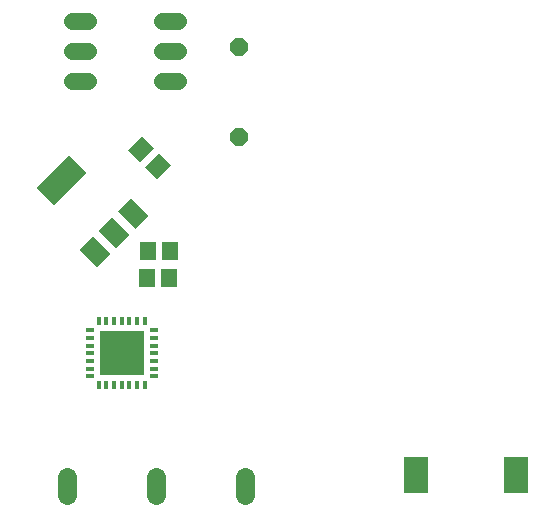
<source format=gts>
G75*
G70*
%OFA0B0*%
%FSLAX24Y24*%
%IPPOS*%
%LPD*%
%AMOC8*
5,1,8,0,0,1.08239X$1,22.5*
%
%ADD10R,0.0279X0.0143*%
%ADD11R,0.0143X0.0279*%
%ADD12R,0.0279X0.0143*%
%ADD13R,0.1464X0.1464*%
%ADD14R,0.0630X0.0830*%
%ADD15R,0.1540X0.0830*%
%ADD16R,0.0552X0.0631*%
%ADD17C,0.0560*%
%ADD18R,0.0552X0.0670*%
%ADD19OC8,0.0600*%
%ADD20C,0.0634*%
%ADD21R,0.0827X0.1221*%
D10*
X004138Y006903D03*
X004138Y007159D03*
X004138Y007415D03*
X004138Y007671D03*
X004138Y007927D03*
X004138Y008183D03*
X004138Y008439D03*
D11*
X004434Y008734D03*
X004690Y008734D03*
X004946Y008734D03*
X005202Y008734D03*
X005458Y008734D03*
X005713Y008734D03*
X005969Y008734D03*
X005969Y006608D03*
X005713Y006608D03*
X005458Y006608D03*
X005202Y006608D03*
X004946Y006608D03*
X004690Y006608D03*
X004434Y006608D03*
D12*
X006265Y006903D03*
X006265Y007159D03*
X006265Y007415D03*
X006265Y007671D03*
X006265Y007927D03*
X006265Y008183D03*
X006265Y008439D03*
D13*
X005202Y007671D03*
D14*
G36*
X004821Y010986D02*
X004375Y010540D01*
X003789Y011126D01*
X004235Y011572D01*
X004821Y010986D01*
G37*
G36*
X005458Y011622D02*
X005012Y011176D01*
X004426Y011762D01*
X004872Y012208D01*
X005458Y011622D01*
G37*
G36*
X006094Y012259D02*
X005648Y011813D01*
X005062Y012399D01*
X005508Y012845D01*
X006094Y012259D01*
G37*
D15*
G36*
X004018Y013690D02*
X002930Y012602D01*
X002344Y013188D01*
X003432Y014276D01*
X004018Y013690D01*
G37*
D16*
X006066Y011066D03*
X006814Y011066D03*
X006794Y010180D03*
X006046Y010180D03*
D17*
X006558Y016759D02*
X007078Y016759D01*
X007078Y017759D02*
X006558Y017759D01*
X006558Y018759D02*
X007078Y018759D01*
X004078Y018759D02*
X003558Y018759D01*
X003558Y017759D02*
X004078Y017759D01*
X004078Y016759D02*
X003558Y016759D01*
D18*
G36*
X005890Y014907D02*
X006281Y014516D01*
X005808Y014043D01*
X005417Y014434D01*
X005890Y014907D01*
G37*
G36*
X006447Y014350D02*
X006838Y013959D01*
X006365Y013486D01*
X005974Y013877D01*
X006447Y014350D01*
G37*
D19*
X009123Y014883D03*
X009123Y017883D03*
D20*
X003390Y003537D02*
X003390Y002943D01*
X006343Y002943D02*
X006343Y003537D01*
X009296Y003537D02*
X009296Y002943D01*
D21*
X014996Y003630D03*
X018343Y003630D03*
M02*

</source>
